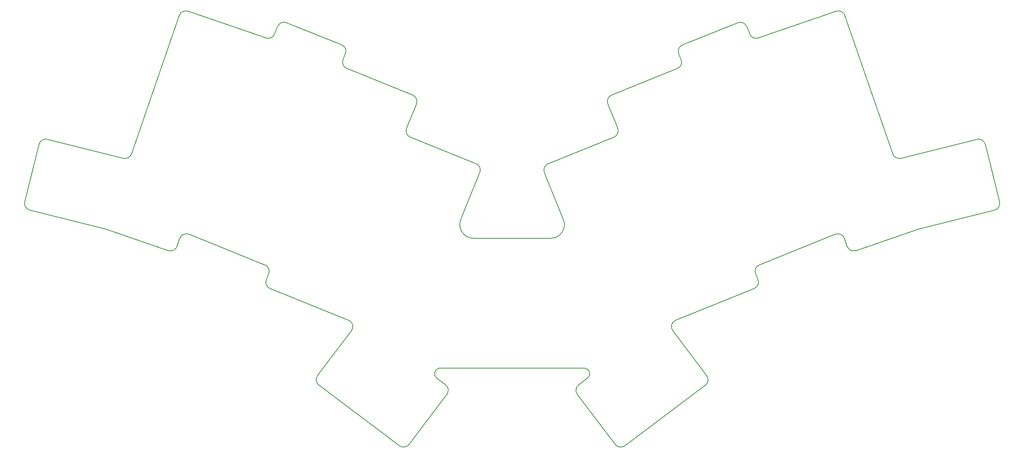
<source format=gbr>
%TF.GenerationSoftware,KiCad,Pcbnew,8.0.9-1.fc41*%
%TF.CreationDate,2025-04-15T07:09:34+10:00*%
%TF.ProjectId,'akohekohe,27616b6f-6865-46b6-9f68-652e6b696361,0.1*%
%TF.SameCoordinates,Original*%
%TF.FileFunction,Profile,NP*%
%FSLAX46Y46*%
G04 Gerber Fmt 4.6, Leading zero omitted, Abs format (unit mm)*
G04 Created by KiCad (PCBNEW 8.0.9-1.fc41) date 2025-04-15 07:09:34*
%MOMM*%
%LPD*%
G01*
G04 APERTURE LIST*
%TA.AperFunction,Profile*%
%ADD10C,0.150000*%
%TD*%
G04 APERTURE END LIST*
D10*
X226291159Y-71852669D02*
X225614308Y-70177406D01*
X120261522Y-122441318D02*
G75*
G02*
X121090389Y-124394004I-561922J-1390782D01*
G01*
X182762527Y-116605685D02*
X165894206Y-116605685D01*
X72699469Y-94906729D02*
X89333728Y-99054115D01*
X152066240Y-94441755D02*
G75*
G02*
X151237374Y-92489069I561860J1390755D01*
G01*
X166437590Y-100248157D02*
G75*
G02*
X167266426Y-102200831I-561890J-1390743D01*
G01*
X198970649Y-162082105D02*
X216585353Y-148808473D01*
X121404170Y-127621568D02*
G75*
G02*
X120575324Y-125668890I561930J1390768D01*
G01*
X138191146Y-79398675D02*
X152562496Y-85205077D01*
X103458518Y-66845852D02*
X120486444Y-72709037D01*
X151786758Y-161786875D02*
X160058608Y-150811490D01*
X197419357Y-92489069D02*
G75*
G02*
X196590497Y-94441771I-1390757J-561931D01*
G01*
X123042423Y-70177406D02*
X122365573Y-71852669D01*
X103633648Y-115723221D02*
X120261522Y-122441318D01*
X122365573Y-71852670D02*
G75*
G02*
X120486438Y-72709056I-1390773J561870D01*
G01*
X210779366Y-76171110D02*
G75*
G02*
X211608241Y-74218445I1390734J561910D01*
G01*
X151786758Y-161786874D02*
G75*
G02*
X149686073Y-162082118I-1197958J902674D01*
G01*
X185544079Y-112481865D02*
G75*
G02*
X182762527Y-116605731I-2781579J-1123835D01*
G01*
X223661622Y-69348540D02*
G75*
G02*
X225614261Y-70177425I561878J-1390760D01*
G01*
X157858393Y-147262359D02*
G75*
G02*
X158430745Y-145049341I719807J994359D01*
G01*
X151237374Y-92489070D02*
X153391362Y-87157762D01*
X227566343Y-124394004D02*
G75*
G02*
X228395216Y-122441335I1390757J561904D01*
G01*
X85436264Y-114578947D02*
X99146284Y-119299685D01*
X198970649Y-162082105D02*
G75*
G02*
X196869951Y-161786891I-902749J1197905D01*
G01*
X101052914Y-118369759D02*
G75*
G02*
X99146271Y-119299724I-1418314J488359D01*
G01*
X138568544Y-134556426D02*
G75*
G02*
X139204575Y-136849913I-561944J-1390774D01*
G01*
X137048499Y-74218425D02*
G75*
G02*
X137877369Y-76171113I-561899J-1390775D01*
G01*
X188604383Y-150816489D02*
G75*
G02*
X188899630Y-148715795I1198217J902689D01*
G01*
X228395209Y-122441318D02*
X245023083Y-115723221D01*
X247104843Y-67775777D02*
X257541842Y-98087024D01*
X123042423Y-70177406D02*
G75*
G02*
X124995113Y-69348531I1390777J-561894D01*
G01*
X209452144Y-136849924D02*
G75*
G02*
X210088186Y-134556423I1197956J902724D01*
G01*
X245023083Y-115723221D02*
G75*
G02*
X247003282Y-116625641I561917J-1390779D01*
G01*
X190231255Y-145057341D02*
X158430745Y-145049341D01*
X132071378Y-148808473D02*
X149686083Y-162082105D01*
X259323003Y-99054115D02*
G75*
G02*
X257541837Y-98087026I-362903J1455415D01*
G01*
X249510447Y-119299685D02*
G75*
G02*
X247603819Y-118369758I-488347J1418285D01*
G01*
X228081427Y-125668882D02*
X227566343Y-124394004D01*
X181390275Y-102200843D02*
G75*
G02*
X182219135Y-100248143I1390725J561943D01*
G01*
X159763374Y-148710779D02*
G75*
G02*
X160058625Y-150811503I-902974J-1198021D01*
G01*
X263218323Y-114572721D02*
X279828012Y-110431460D01*
X228170287Y-72709037D02*
X245198213Y-66845852D01*
X70881143Y-95999289D02*
G75*
G02*
X72699468Y-94906732I1455457J-362911D01*
G01*
X70881143Y-95999290D02*
X67736158Y-108613134D01*
X152562495Y-85205077D02*
G75*
G02*
X153391426Y-87157788I-561895J-1390823D01*
G01*
X247003271Y-116625645D02*
X247603817Y-118369759D01*
X101653460Y-116625645D02*
G75*
G02*
X103633628Y-115723269I1418240J-488355D01*
G01*
X85438408Y-114572721D02*
X85436264Y-114578947D01*
X101052914Y-118369759D02*
X101653461Y-116625645D01*
X195265369Y-87157762D02*
X197419357Y-92489070D01*
X121404170Y-127621568D02*
X138568544Y-134556426D01*
X165894206Y-116605685D02*
G75*
G02*
X163112668Y-112481872I-6J2999985D01*
G01*
X159763374Y-148710779D02*
X157856383Y-147264824D01*
X209452143Y-136849923D02*
X216880584Y-146707797D01*
X121090388Y-124394004D02*
X120575304Y-125668882D01*
X280920573Y-108613135D02*
G75*
G02*
X279828012Y-110431461I-1455473J-362865D01*
G01*
X68828719Y-110431460D02*
X85438408Y-114572721D01*
X195265369Y-87157763D02*
G75*
G02*
X196094267Y-85205157I1390731J561863D01*
G01*
X137362280Y-77445989D02*
X137877365Y-76171111D01*
X131776147Y-146707797D02*
X139204588Y-136849923D01*
X216880584Y-146707798D02*
G75*
G02*
X216585340Y-148808456I-1197984J-902702D01*
G01*
X91114889Y-98087024D02*
X101551888Y-67775777D01*
X245198212Y-66845852D02*
G75*
G02*
X247104867Y-67775769I488388J-1418248D01*
G01*
X188899617Y-148715778D02*
X190805617Y-147272824D01*
X259323003Y-99054115D02*
X275957262Y-94906729D01*
X249510448Y-119299685D02*
X263220467Y-114578947D01*
X138191146Y-79398674D02*
G75*
G02*
X137362305Y-77445999I561954J1390774D01*
G01*
X275957263Y-94906729D02*
G75*
G02*
X277775555Y-95999298I362837J-1455471D01*
G01*
X263220467Y-114578947D02*
X263218323Y-114572721D01*
X91114888Y-98087024D02*
G75*
G02*
X89333721Y-99054145I-1418288J488324D01*
G01*
X182219141Y-100248157D02*
X196590491Y-94441755D01*
X188604383Y-150816489D02*
X196869973Y-161786875D01*
X137048499Y-74218425D02*
X124995109Y-69348540D01*
X181390275Y-102200843D02*
X185544078Y-112481866D01*
X211294451Y-77445989D02*
G75*
G02*
X210465580Y-79398663I-1390751J-561911D01*
G01*
X190231255Y-145057341D02*
G75*
G02*
X190803607Y-147270359I-147455J-1218659D01*
G01*
X210779367Y-76171111D02*
X211294451Y-77445989D01*
X223661623Y-69348540D02*
X211608233Y-74218425D01*
X132071377Y-148808473D02*
G75*
G02*
X131776125Y-146707780I902723J1197973D01*
G01*
X152066240Y-94441755D02*
X166437590Y-100248157D01*
X196094235Y-85205077D02*
X210465585Y-79398675D01*
X228081428Y-125668883D02*
G75*
G02*
X227252555Y-127621553I-1390728J-561917D01*
G01*
X163112653Y-112481866D02*
X167266456Y-102200843D01*
X101551888Y-67775778D02*
G75*
G02*
X103458538Y-66845794I1418312J-488322D01*
G01*
X228170286Y-72709036D02*
G75*
G02*
X226291141Y-71852676I-488386J1418236D01*
G01*
X68828719Y-110431461D02*
G75*
G02*
X67736137Y-108613129I362881J1455461D01*
G01*
X210088187Y-134556425D02*
X227252561Y-127621568D01*
X280920573Y-108613134D02*
X277775588Y-95999290D01*
M02*

</source>
